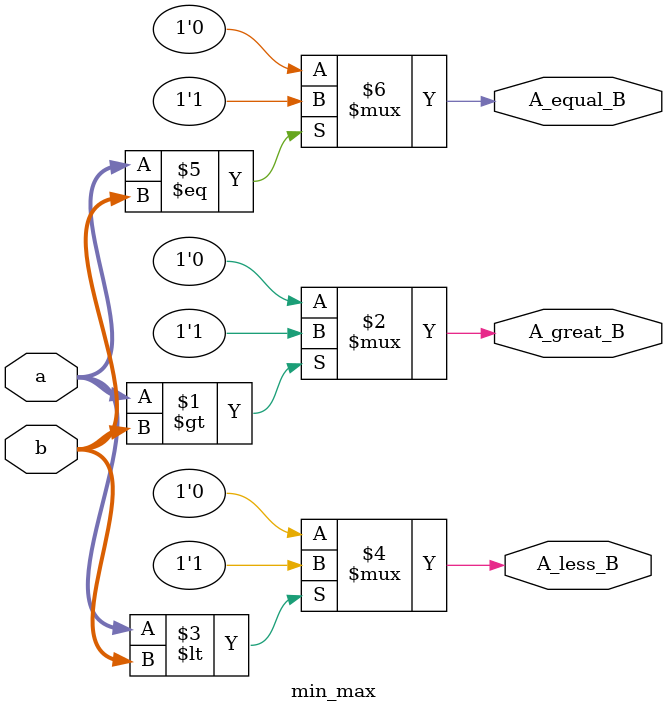
<source format=v>

module min_max(
	input [3:0] a,b,
	output A_less_B,A_great_B,A_equal_B
);

assign A_great_B = (a>b)?1'b1:1'b0;
assign A_less_B = (a<b)?1'b1:1'b0;
assign A_equal_B = (a==b)?1'b1:1'b0;
endmodule



















//module min_max (
//input [3:0] a,b,
//input cin,
//output [3:0] s,
//output Cout);
//wire [3:0] g,p;
//half_adder HA0 (.a(a[0]),.b(b[0]),.sum(p[0]),.carry(g[0]));
//half_adder HA1 (.a(a[1]),.b(b[1]),.sum(p[1]),.carry(g[1]));
//half_adder HA2 (.a(a[2]),.b(b[2]),.sum(p[2]),.carry(g[2]));
//half_adder HA3 (.a(a[3]),.b(b[3]),.sum(p[3]),.carry(g[3]));
//assign Cout = g[3]|(p[3]&&g[2])|(p[3]&&p[2]&&g[1])|(g[0]&&p[1]&&p[2]&&p[3])|(cin&&p[0]&&p[1]&&p[2]&&p[3]);
//assign s[3] = g[2]|(p[2]&&g[1])|(p[2]&&p[1]&&g[0])|(cin&&p[1]&&p[2]&&p[0]);
//assign s[2] = g[1]|(p[1]&&g[0])|(p[0]&&p[1]&&cin);
//assign s[1] = g[0]|(p[0]&&cin);
//assign s[0] = (cin^p[0]);
//endmodule

//module half_adder ( 
//    input a, 
//    input b, 
//    output sum,
//	 output carry);
//	assign carry = a & b;
//	assign sum = (a ^ b);
//	endmodule

//module min_max(

//    );
//endmodule
//module min_max (
//    input [3:0] a, b,
//    input cin,
//    output [3:0] s,
//    output Cout
//);
//    wire [3:0] p, g;  // propagate and generate signals
//    wire [3:0] c;     // carry signals
    
//    // Propagate (p) and Generate (g) signals
//    assign p = a ^ b;     // Propagate: P[i] = a[i] ^ b[i]
//    assign g = a & b;     // Generate: G[i] = a[i] & b[i]
    
//    // Carry calculation using lookahead logic
//    assign c[0] = cin;
//    assign c[1] = g[0] | (p[0] & c[0]);
//    assign c[2] = g[1] | (p[1] & g[0]) | (p[1] & p[0] & c[0]);
//    assign c[3] = g[2] | (p[2] & g[1]) | (p[2] & p[1] & g[0]) | (p[2] & p[1] & p[0] & c[0]);

//    // Sum calculation
//    assign s = p ^ {c[2:0], cin};  // Sum: S[i] = P[i] ^ C[i]
    
//    // Carry out
//    assign Cout = g[3] | (p[3] & g[2]) | (p[3] & p[2] & g[1]) | (p[3] & p[2] & p[1] & g[0]) | (p[3] & p[2] & p[1] & p[0] & c[0]);

//endmodule

</source>
